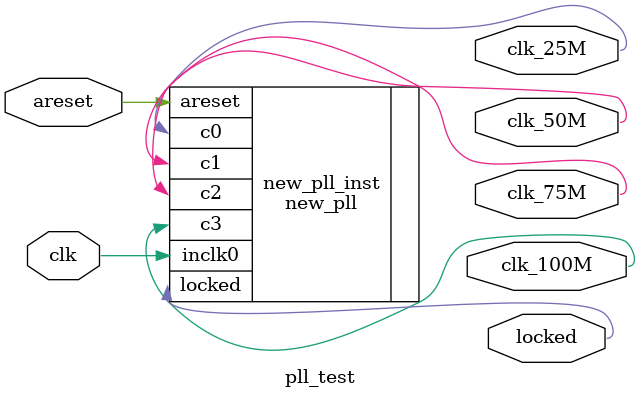
<source format=v>
module pll_test
		(clk,
		 areset,
		 clk_25M,
		 clk_50M,
		 clk_75M,
		 clk_100M,
		 locked
		 );
		 
		 input		clk;
		 input		areset;
		 output		clk_25M;
		 output		clk_50M;
		 output		clk_75M;
		 output		clk_100M;
		 output		locked;
		 
		 new_pll	new_pll_inst(
										.areset(areset),
										.inclk0(clk),
										.c0(clk_25M),
										.c1(clk_50M),
										.c2(clk_75M),
										.c3(clk_100M),
										.locked(locked)
									);
endmodule
</source>
